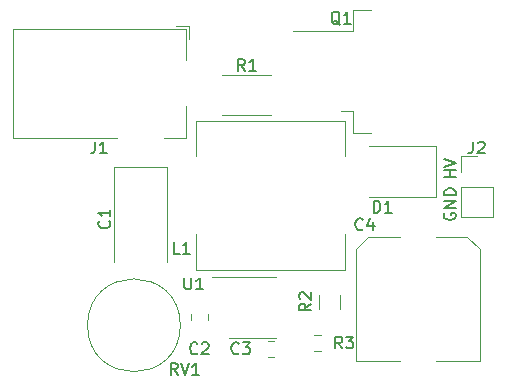
<source format=gbr>
%TF.GenerationSoftware,KiCad,Pcbnew,(5.1.5-131-g305ed0b65)-1*%
%TF.CreationDate,2020-09-08T16:09:36+08:00*%
%TF.ProjectId,PowerSupply,506f7765-7253-4757-9070-6c792e6b6963,rev?*%
%TF.SameCoordinates,Original*%
%TF.FileFunction,Legend,Top*%
%TF.FilePolarity,Positive*%
%FSLAX46Y46*%
G04 Gerber Fmt 4.6, Leading zero omitted, Abs format (unit mm)*
G04 Created by KiCad (PCBNEW (5.1.5-131-g305ed0b65)-1) date 2020-09-08 16:09:36*
%MOMM*%
%LPD*%
G01*
G04 APERTURE LIST*
%ADD10C,0.150000*%
%ADD11C,0.120000*%
G04 APERTURE END LIST*
D10*
X160750000Y-90011904D02*
X160702380Y-90107142D01*
X160702380Y-90250000D01*
X160750000Y-90392857D01*
X160845238Y-90488095D01*
X160940476Y-90535714D01*
X161130952Y-90583333D01*
X161273809Y-90583333D01*
X161464285Y-90535714D01*
X161559523Y-90488095D01*
X161654761Y-90392857D01*
X161702380Y-90250000D01*
X161702380Y-90154761D01*
X161654761Y-90011904D01*
X161607142Y-89964285D01*
X161273809Y-89964285D01*
X161273809Y-90154761D01*
X161702380Y-89535714D02*
X160702380Y-89535714D01*
X161702380Y-88964285D01*
X160702380Y-88964285D01*
X161702380Y-88488095D02*
X160702380Y-88488095D01*
X160702380Y-88250000D01*
X160750000Y-88107142D01*
X160845238Y-88011904D01*
X160940476Y-87964285D01*
X161130952Y-87916666D01*
X161273809Y-87916666D01*
X161464285Y-87964285D01*
X161559523Y-88011904D01*
X161654761Y-88107142D01*
X161702380Y-88250000D01*
X161702380Y-88488095D01*
X161702380Y-86964285D02*
X160702380Y-86964285D01*
X161178571Y-86964285D02*
X161178571Y-86392857D01*
X161702380Y-86392857D02*
X160702380Y-86392857D01*
X160702380Y-86059523D02*
X161702380Y-85726190D01*
X160702380Y-85392857D01*
D11*
%TO.C,C4*%
X154304437Y-91990000D02*
X153240000Y-93054437D01*
X162695563Y-91990000D02*
X163760000Y-93054437D01*
X162695563Y-91990000D02*
X160010000Y-91990000D01*
X154304437Y-91990000D02*
X156990000Y-91990000D01*
X153240000Y-93054437D02*
X153240000Y-102510000D01*
X163760000Y-93054437D02*
X163760000Y-102510000D01*
X163760000Y-102510000D02*
X160010000Y-102510000D01*
X153240000Y-102510000D02*
X156990000Y-102510000D01*
%TO.C,J2*%
X162170000Y-85170000D02*
X163500000Y-85170000D01*
X162170000Y-86500000D02*
X162170000Y-85170000D01*
X162170000Y-87770000D02*
X164830000Y-87770000D01*
X164830000Y-87770000D02*
X164830000Y-90370000D01*
X162170000Y-87770000D02*
X162170000Y-90370000D01*
X162170000Y-90370000D02*
X164830000Y-90370000D01*
%TO.C,J1*%
X138900000Y-74400000D02*
X138900000Y-77000000D01*
X124200000Y-74400000D02*
X138900000Y-74400000D01*
X138900000Y-83600000D02*
X137000000Y-83600000D01*
X138900000Y-80900000D02*
X138900000Y-83600000D01*
X124200000Y-83600000D02*
X124200000Y-74400000D01*
X133000000Y-83600000D02*
X124200000Y-83600000D01*
X138050000Y-74200000D02*
X139100000Y-74200000D01*
X139100000Y-75250000D02*
X139100000Y-74200000D01*
%TO.C,C1*%
X132740000Y-86090000D02*
X132740000Y-94150000D01*
X137260000Y-86090000D02*
X132740000Y-86090000D01*
X137260000Y-94150000D02*
X137260000Y-86090000D01*
%TO.C,C2*%
X140710000Y-98553922D02*
X140710000Y-99071078D01*
X139290000Y-98553922D02*
X139290000Y-99071078D01*
%TO.C,C3*%
X146321078Y-100790000D02*
X145803922Y-100790000D01*
X146321078Y-102210000D02*
X145803922Y-102210000D01*
%TO.C,D1*%
X160050000Y-88650000D02*
X154350000Y-88650000D01*
X160050000Y-84350000D02*
X154350000Y-84350000D01*
X160050000Y-88650000D02*
X160050000Y-84350000D01*
%TO.C,L1*%
X152300000Y-82200000D02*
X152300000Y-85200000D01*
X139700000Y-82200000D02*
X152300000Y-82200000D01*
X139700000Y-85200000D02*
X139700000Y-82200000D01*
X139700000Y-94800000D02*
X139700000Y-91800000D01*
X152300000Y-94800000D02*
X139700000Y-94800000D01*
X152300000Y-91800000D02*
X152300000Y-94800000D01*
%TO.C,Q1*%
X153050000Y-81390000D02*
X151950000Y-81390000D01*
X153050000Y-83200000D02*
X153050000Y-81390000D01*
X154550000Y-83200000D02*
X153050000Y-83200000D01*
X153050000Y-74610000D02*
X147925000Y-74610000D01*
X153050000Y-72800000D02*
X153050000Y-74610000D01*
X154550000Y-72800000D02*
X153050000Y-72800000D01*
%TO.C,R1*%
X146052064Y-78290000D02*
X141947936Y-78290000D01*
X146052064Y-81710000D02*
X141947936Y-81710000D01*
%TO.C,R2*%
X150090000Y-96897936D02*
X150090000Y-98102064D01*
X151910000Y-96897936D02*
X151910000Y-98102064D01*
%TO.C,R3*%
X150258578Y-100290000D02*
X149741422Y-100290000D01*
X150258578Y-101710000D02*
X149741422Y-101710000D01*
%TO.C,RV1*%
X138390000Y-99500000D02*
G75*
G03*
X138390000Y-99500000I-3930000J0D01*
G01*
%TO.C,U1*%
X144500000Y-95440000D02*
X141050000Y-95440000D01*
X144500000Y-95440000D02*
X146450000Y-95440000D01*
X144500000Y-100560000D02*
X142550000Y-100560000D01*
X144500000Y-100560000D02*
X146450000Y-100560000D01*
%TO.C,C4*%
D10*
X153833333Y-91357142D02*
X153785714Y-91404761D01*
X153642857Y-91452380D01*
X153547619Y-91452380D01*
X153404761Y-91404761D01*
X153309523Y-91309523D01*
X153261904Y-91214285D01*
X153214285Y-91023809D01*
X153214285Y-90880952D01*
X153261904Y-90690476D01*
X153309523Y-90595238D01*
X153404761Y-90500000D01*
X153547619Y-90452380D01*
X153642857Y-90452380D01*
X153785714Y-90500000D01*
X153833333Y-90547619D01*
X154690476Y-90785714D02*
X154690476Y-91452380D01*
X154452380Y-90404761D02*
X154214285Y-91119047D01*
X154833333Y-91119047D01*
%TO.C,J2*%
X163166666Y-83952380D02*
X163166666Y-84666666D01*
X163119047Y-84809523D01*
X163023809Y-84904761D01*
X162880952Y-84952380D01*
X162785714Y-84952380D01*
X163595238Y-84047619D02*
X163642857Y-84000000D01*
X163738095Y-83952380D01*
X163976190Y-83952380D01*
X164071428Y-84000000D01*
X164119047Y-84047619D01*
X164166666Y-84142857D01*
X164166666Y-84238095D01*
X164119047Y-84380952D01*
X163547619Y-84952380D01*
X164166666Y-84952380D01*
%TO.C,J1*%
X131166666Y-83952380D02*
X131166666Y-84666666D01*
X131119047Y-84809523D01*
X131023809Y-84904761D01*
X130880952Y-84952380D01*
X130785714Y-84952380D01*
X132166666Y-84952380D02*
X131595238Y-84952380D01*
X131880952Y-84952380D02*
X131880952Y-83952380D01*
X131785714Y-84095238D01*
X131690476Y-84190476D01*
X131595238Y-84238095D01*
%TO.C,C1*%
X132357142Y-90666666D02*
X132404761Y-90714285D01*
X132452380Y-90857142D01*
X132452380Y-90952380D01*
X132404761Y-91095238D01*
X132309523Y-91190476D01*
X132214285Y-91238095D01*
X132023809Y-91285714D01*
X131880952Y-91285714D01*
X131690476Y-91238095D01*
X131595238Y-91190476D01*
X131500000Y-91095238D01*
X131452380Y-90952380D01*
X131452380Y-90857142D01*
X131500000Y-90714285D01*
X131547619Y-90666666D01*
X132452380Y-89714285D02*
X132452380Y-90285714D01*
X132452380Y-90000000D02*
X131452380Y-90000000D01*
X131595238Y-90095238D01*
X131690476Y-90190476D01*
X131738095Y-90285714D01*
%TO.C,C2*%
X139833333Y-101857142D02*
X139785714Y-101904761D01*
X139642857Y-101952380D01*
X139547619Y-101952380D01*
X139404761Y-101904761D01*
X139309523Y-101809523D01*
X139261904Y-101714285D01*
X139214285Y-101523809D01*
X139214285Y-101380952D01*
X139261904Y-101190476D01*
X139309523Y-101095238D01*
X139404761Y-101000000D01*
X139547619Y-100952380D01*
X139642857Y-100952380D01*
X139785714Y-101000000D01*
X139833333Y-101047619D01*
X140214285Y-101047619D02*
X140261904Y-101000000D01*
X140357142Y-100952380D01*
X140595238Y-100952380D01*
X140690476Y-101000000D01*
X140738095Y-101047619D01*
X140785714Y-101142857D01*
X140785714Y-101238095D01*
X140738095Y-101380952D01*
X140166666Y-101952380D01*
X140785714Y-101952380D01*
%TO.C,C3*%
X143333333Y-101857142D02*
X143285714Y-101904761D01*
X143142857Y-101952380D01*
X143047619Y-101952380D01*
X142904761Y-101904761D01*
X142809523Y-101809523D01*
X142761904Y-101714285D01*
X142714285Y-101523809D01*
X142714285Y-101380952D01*
X142761904Y-101190476D01*
X142809523Y-101095238D01*
X142904761Y-101000000D01*
X143047619Y-100952380D01*
X143142857Y-100952380D01*
X143285714Y-101000000D01*
X143333333Y-101047619D01*
X143666666Y-100952380D02*
X144285714Y-100952380D01*
X143952380Y-101333333D01*
X144095238Y-101333333D01*
X144190476Y-101380952D01*
X144238095Y-101428571D01*
X144285714Y-101523809D01*
X144285714Y-101761904D01*
X144238095Y-101857142D01*
X144190476Y-101904761D01*
X144095238Y-101952380D01*
X143809523Y-101952380D01*
X143714285Y-101904761D01*
X143666666Y-101857142D01*
%TO.C,D1*%
X154761904Y-89952380D02*
X154761904Y-88952380D01*
X155000000Y-88952380D01*
X155142857Y-89000000D01*
X155238095Y-89095238D01*
X155285714Y-89190476D01*
X155333333Y-89380952D01*
X155333333Y-89523809D01*
X155285714Y-89714285D01*
X155238095Y-89809523D01*
X155142857Y-89904761D01*
X155000000Y-89952380D01*
X154761904Y-89952380D01*
X156285714Y-89952380D02*
X155714285Y-89952380D01*
X156000000Y-89952380D02*
X156000000Y-88952380D01*
X155904761Y-89095238D01*
X155809523Y-89190476D01*
X155714285Y-89238095D01*
%TO.C,L1*%
X138333333Y-93452380D02*
X137857142Y-93452380D01*
X137857142Y-92452380D01*
X139190476Y-93452380D02*
X138619047Y-93452380D01*
X138904761Y-93452380D02*
X138904761Y-92452380D01*
X138809523Y-92595238D01*
X138714285Y-92690476D01*
X138619047Y-92738095D01*
%TO.C,Q1*%
X151904761Y-74047619D02*
X151809523Y-74000000D01*
X151714285Y-73904761D01*
X151571428Y-73761904D01*
X151476190Y-73714285D01*
X151380952Y-73714285D01*
X151428571Y-73952380D02*
X151333333Y-73904761D01*
X151238095Y-73809523D01*
X151190476Y-73619047D01*
X151190476Y-73285714D01*
X151238095Y-73095238D01*
X151333333Y-73000000D01*
X151428571Y-72952380D01*
X151619047Y-72952380D01*
X151714285Y-73000000D01*
X151809523Y-73095238D01*
X151857142Y-73285714D01*
X151857142Y-73619047D01*
X151809523Y-73809523D01*
X151714285Y-73904761D01*
X151619047Y-73952380D01*
X151428571Y-73952380D01*
X152809523Y-73952380D02*
X152238095Y-73952380D01*
X152523809Y-73952380D02*
X152523809Y-72952380D01*
X152428571Y-73095238D01*
X152333333Y-73190476D01*
X152238095Y-73238095D01*
%TO.C,R1*%
X143833333Y-77952380D02*
X143500000Y-77476190D01*
X143261904Y-77952380D02*
X143261904Y-76952380D01*
X143642857Y-76952380D01*
X143738095Y-77000000D01*
X143785714Y-77047619D01*
X143833333Y-77142857D01*
X143833333Y-77285714D01*
X143785714Y-77380952D01*
X143738095Y-77428571D01*
X143642857Y-77476190D01*
X143261904Y-77476190D01*
X144785714Y-77952380D02*
X144214285Y-77952380D01*
X144500000Y-77952380D02*
X144500000Y-76952380D01*
X144404761Y-77095238D01*
X144309523Y-77190476D01*
X144214285Y-77238095D01*
%TO.C,R2*%
X149452380Y-97666666D02*
X148976190Y-98000000D01*
X149452380Y-98238095D02*
X148452380Y-98238095D01*
X148452380Y-97857142D01*
X148500000Y-97761904D01*
X148547619Y-97714285D01*
X148642857Y-97666666D01*
X148785714Y-97666666D01*
X148880952Y-97714285D01*
X148928571Y-97761904D01*
X148976190Y-97857142D01*
X148976190Y-98238095D01*
X148547619Y-97285714D02*
X148500000Y-97238095D01*
X148452380Y-97142857D01*
X148452380Y-96904761D01*
X148500000Y-96809523D01*
X148547619Y-96761904D01*
X148642857Y-96714285D01*
X148738095Y-96714285D01*
X148880952Y-96761904D01*
X149452380Y-97333333D01*
X149452380Y-96714285D01*
%TO.C,R3*%
X152083333Y-101452380D02*
X151750000Y-100976190D01*
X151511904Y-101452380D02*
X151511904Y-100452380D01*
X151892857Y-100452380D01*
X151988095Y-100500000D01*
X152035714Y-100547619D01*
X152083333Y-100642857D01*
X152083333Y-100785714D01*
X152035714Y-100880952D01*
X151988095Y-100928571D01*
X151892857Y-100976190D01*
X151511904Y-100976190D01*
X152416666Y-100452380D02*
X153035714Y-100452380D01*
X152702380Y-100833333D01*
X152845238Y-100833333D01*
X152940476Y-100880952D01*
X152988095Y-100928571D01*
X153035714Y-101023809D01*
X153035714Y-101261904D01*
X152988095Y-101357142D01*
X152940476Y-101404761D01*
X152845238Y-101452380D01*
X152559523Y-101452380D01*
X152464285Y-101404761D01*
X152416666Y-101357142D01*
%TO.C,RV1*%
X138154761Y-103702380D02*
X137821428Y-103226190D01*
X137583333Y-103702380D02*
X137583333Y-102702380D01*
X137964285Y-102702380D01*
X138059523Y-102750000D01*
X138107142Y-102797619D01*
X138154761Y-102892857D01*
X138154761Y-103035714D01*
X138107142Y-103130952D01*
X138059523Y-103178571D01*
X137964285Y-103226190D01*
X137583333Y-103226190D01*
X138440476Y-102702380D02*
X138773809Y-103702380D01*
X139107142Y-102702380D01*
X139964285Y-103702380D02*
X139392857Y-103702380D01*
X139678571Y-103702380D02*
X139678571Y-102702380D01*
X139583333Y-102845238D01*
X139488095Y-102940476D01*
X139392857Y-102988095D01*
%TO.C,U1*%
X138738095Y-95452380D02*
X138738095Y-96261904D01*
X138785714Y-96357142D01*
X138833333Y-96404761D01*
X138928571Y-96452380D01*
X139119047Y-96452380D01*
X139214285Y-96404761D01*
X139261904Y-96357142D01*
X139309523Y-96261904D01*
X139309523Y-95452380D01*
X140309523Y-96452380D02*
X139738095Y-96452380D01*
X140023809Y-96452380D02*
X140023809Y-95452380D01*
X139928571Y-95595238D01*
X139833333Y-95690476D01*
X139738095Y-95738095D01*
%TD*%
M02*

</source>
